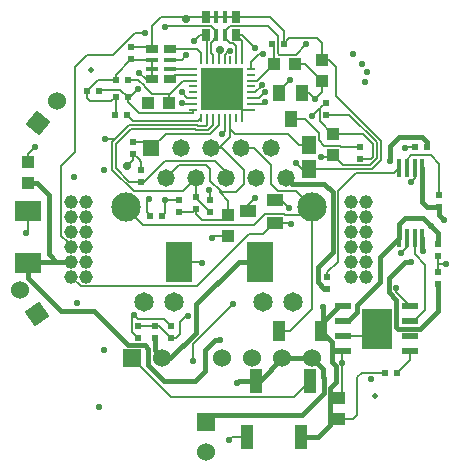
<source format=gbr>
G04 #@! TF.GenerationSoftware,KiCad,Pcbnew,7.0.7*
G04 #@! TF.CreationDate,2024-10-24T15:39:13-07:00*
G04 #@! TF.ProjectId,ESP_POE_1.4a,4553505f-504f-4455-9f31-2e34612e6b69,K*
G04 #@! TF.SameCoordinates,Original*
G04 #@! TF.FileFunction,Copper,L4,Bot*
G04 #@! TF.FilePolarity,Positive*
%FSLAX46Y46*%
G04 Gerber Fmt 4.6, Leading zero omitted, Abs format (unit mm)*
G04 Created by KiCad (PCBNEW 7.0.7) date 2024-10-24 15:39:13*
%MOMM*%
%LPD*%
G01*
G04 APERTURE LIST*
G04 Aperture macros list*
%AMRotRect*
0 Rectangle, with rotation*
0 The origin of the aperture is its center*
0 $1 length*
0 $2 width*
0 $3 Rotation angle, in degrees counterclockwise*
0 Add horizontal line*
21,1,$1,$2,0,0,$3*%
G04 Aperture macros list end*
G04 #@! TA.AperFunction,ComponentPad*
%ADD10R,1.524000X1.524000*%
G04 #@! TD*
G04 #@! TA.AperFunction,ComponentPad*
%ADD11C,1.524000*%
G04 #@! TD*
G04 #@! TA.AperFunction,ComponentPad*
%ADD12RotRect,1.524000X1.524000X230.000000*%
G04 #@! TD*
G04 #@! TA.AperFunction,ComponentPad*
%ADD13RotRect,1.524000X1.524000X305.000000*%
G04 #@! TD*
G04 #@! TA.AperFunction,ComponentPad*
%ADD14R,1.478000X1.478000*%
G04 #@! TD*
G04 #@! TA.AperFunction,ComponentPad*
%ADD15C,1.478000*%
G04 #@! TD*
G04 #@! TA.AperFunction,ComponentPad*
%ADD16C,1.650000*%
G04 #@! TD*
G04 #@! TA.AperFunction,ComponentPad*
%ADD17C,2.475000*%
G04 #@! TD*
G04 #@! TA.AperFunction,ComponentPad*
%ADD18R,1.530000X1.530000*%
G04 #@! TD*
G04 #@! TA.AperFunction,ComponentPad*
%ADD19C,1.530000*%
G04 #@! TD*
G04 #@! TA.AperFunction,ComponentPad*
%ADD20C,1.168400*%
G04 #@! TD*
G04 #@! TA.AperFunction,SMDPad,CuDef*
%ADD21R,1.016000X1.016000*%
G04 #@! TD*
G04 #@! TA.AperFunction,SMDPad,CuDef*
%ADD22C,0.500000*%
G04 #@! TD*
G04 #@! TA.AperFunction,SMDPad,CuDef*
%ADD23R,1.016000X1.778000*%
G04 #@! TD*
G04 #@! TA.AperFunction,SMDPad,CuDef*
%ADD24R,1.016000X2.032000*%
G04 #@! TD*
G04 #@! TA.AperFunction,SMDPad,CuDef*
%ADD25R,0.550000X0.500000*%
G04 #@! TD*
G04 #@! TA.AperFunction,SMDPad,CuDef*
%ADD26R,0.500000X0.550000*%
G04 #@! TD*
G04 #@! TA.AperFunction,SMDPad,CuDef*
%ADD27R,1.270000X1.524000*%
G04 #@! TD*
G04 #@! TA.AperFunction,SMDPad,CuDef*
%ADD28R,0.800000X0.250000*%
G04 #@! TD*
G04 #@! TA.AperFunction,SMDPad,CuDef*
%ADD29R,0.250000X0.800000*%
G04 #@! TD*
G04 #@! TA.AperFunction,ComponentPad*
%ADD30R,0.600000X0.600000*%
G04 #@! TD*
G04 #@! TA.AperFunction,ComponentPad*
%ADD31R,1.422400X1.422400*%
G04 #@! TD*
G04 #@! TA.AperFunction,SMDPad,CuDef*
%ADD32R,3.600000X3.600000*%
G04 #@! TD*
G04 #@! TA.AperFunction,SMDPad,CuDef*
%ADD33R,1.000000X1.400000*%
G04 #@! TD*
G04 #@! TA.AperFunction,SMDPad,CuDef*
%ADD34R,1.400000X1.000000*%
G04 #@! TD*
G04 #@! TA.AperFunction,SMDPad,CuDef*
%ADD35R,0.635000X1.016000*%
G04 #@! TD*
G04 #@! TA.AperFunction,SMDPad,CuDef*
%ADD36R,0.381000X1.016000*%
G04 #@! TD*
G04 #@! TA.AperFunction,SMDPad,CuDef*
%ADD37R,2.286000X1.778000*%
G04 #@! TD*
G04 #@! TA.AperFunction,SMDPad,CuDef*
%ADD38R,0.350000X1.500000*%
G04 #@! TD*
G04 #@! TA.AperFunction,SMDPad,CuDef*
%ADD39R,1.016000X0.635000*%
G04 #@! TD*
G04 #@! TA.AperFunction,SMDPad,CuDef*
%ADD40R,1.016000X0.381000*%
G04 #@! TD*
G04 #@! TA.AperFunction,SMDPad,CuDef*
%ADD41R,2.200000X3.400000*%
G04 #@! TD*
G04 #@! TA.AperFunction,SMDPad,CuDef*
%ADD42R,1.400000X0.600000*%
G04 #@! TD*
G04 #@! TA.AperFunction,ComponentPad*
%ADD43C,1.800000*%
G04 #@! TD*
G04 #@! TA.AperFunction,SMDPad,CuDef*
%ADD44R,2.600000X3.500000*%
G04 #@! TD*
G04 #@! TA.AperFunction,ViaPad*
%ADD45C,0.550000*%
G04 #@! TD*
G04 #@! TA.AperFunction,ViaPad*
%ADD46C,0.700000*%
G04 #@! TD*
G04 #@! TA.AperFunction,Conductor*
%ADD47C,0.203200*%
G04 #@! TD*
G04 #@! TA.AperFunction,Conductor*
%ADD48C,0.406400*%
G04 #@! TD*
G04 #@! TA.AperFunction,Conductor*
%ADD49C,0.200000*%
G04 #@! TD*
G04 APERTURE END LIST*
D10*
X106832400Y-150876000D03*
D11*
X109372400Y-150876000D03*
X114452400Y-150876000D03*
X116992400Y-150876000D03*
X119532400Y-150876000D03*
X122072400Y-150876000D03*
X100431600Y-129082800D03*
D12*
X98824630Y-130997912D03*
D11*
X97321258Y-145119720D03*
D13*
X98755200Y-147167600D03*
D14*
X108432600Y-133096000D03*
D15*
X109702600Y-135636000D03*
X110972600Y-133096000D03*
X112242600Y-135636000D03*
X113512600Y-133096000D03*
X114782600Y-135636000D03*
X116052600Y-133096000D03*
X117322600Y-135636000D03*
X118592600Y-133096000D03*
X119862600Y-135636000D03*
D16*
X107822600Y-146094000D03*
X117932600Y-146094000D03*
X110362600Y-146094000D03*
X120472600Y-146094000D03*
D17*
X106273600Y-138100000D03*
X122021600Y-138100000D03*
D18*
X113030000Y-156260800D03*
D19*
X113030000Y-158800800D03*
D20*
X126644400Y-143967200D03*
X125374400Y-143967200D03*
X126644400Y-142697200D03*
X125374400Y-142697200D03*
X126644400Y-141427200D03*
X125374400Y-141427200D03*
X126644400Y-140157200D03*
X125374400Y-140157200D03*
X126644400Y-138887200D03*
X125374400Y-138887200D03*
X126644400Y-137617200D03*
X125374400Y-137617200D03*
D21*
X97993200Y-136042400D03*
X97993200Y-134264400D03*
D22*
X103327200Y-126441200D03*
D23*
X122783600Y-148590000D03*
X119227600Y-148590000D03*
D24*
X117297200Y-152806400D03*
X121869200Y-152806400D03*
X116535200Y-157530800D03*
X121107200Y-157530800D03*
D25*
X126085600Y-134010400D03*
X126085600Y-132994400D03*
D21*
X123799600Y-133654800D03*
X123799600Y-131876800D03*
D26*
X106426000Y-127304800D03*
X105410000Y-127304800D03*
D21*
X120599200Y-125933200D03*
X118821200Y-125933200D03*
X109931200Y-129235200D03*
X108153200Y-129235200D03*
D27*
X121767600Y-134823200D03*
X121767600Y-132791200D03*
D28*
X111941924Y-129877277D03*
X111941924Y-129377277D03*
X111941924Y-128877277D03*
X111941924Y-128377277D03*
X111941924Y-127877277D03*
X111941924Y-127377277D03*
X111941924Y-126877277D03*
X111941924Y-126377277D03*
D29*
X112641924Y-125677277D03*
X113141924Y-125677277D03*
X113641924Y-125677277D03*
X114141924Y-125677277D03*
X114641924Y-125677277D03*
X115141924Y-125677277D03*
X115641924Y-125677277D03*
X116141924Y-125677277D03*
D28*
X116841924Y-126377277D03*
X116841924Y-126877277D03*
X116841924Y-127377277D03*
X116841924Y-127877277D03*
X116841924Y-128377277D03*
X116841924Y-128877277D03*
X116841924Y-129377277D03*
X116841924Y-129877277D03*
D29*
X116141924Y-130577277D03*
X115641924Y-130577277D03*
X115141924Y-130577277D03*
X114641924Y-130577277D03*
X114141924Y-130577277D03*
X113641924Y-130577277D03*
X113141924Y-130577277D03*
X112641924Y-130577277D03*
D30*
X113891924Y-129427277D03*
X114891924Y-129427277D03*
X113091924Y-128627277D03*
X115691924Y-128627277D03*
D31*
X114391924Y-128127277D03*
D32*
X114391924Y-128127277D03*
D30*
X113091924Y-127627277D03*
X115691924Y-127627277D03*
X113891924Y-126827277D03*
X114891924Y-126827277D03*
D33*
X119293640Y-128432560D03*
X121196100Y-128432560D03*
X120241060Y-130642360D03*
D25*
X110794800Y-138531600D03*
X110794800Y-137515600D03*
X123190000Y-130251200D03*
X123190000Y-129235200D03*
D21*
X122885200Y-125628400D03*
X122885200Y-127406400D03*
D34*
X118872000Y-137515600D03*
X118872000Y-139418060D03*
X116662200Y-138463020D03*
D26*
X118618000Y-124307600D03*
X119634000Y-124307600D03*
X106426000Y-128778000D03*
X105410000Y-128778000D03*
X106375200Y-130302000D03*
X105359200Y-130302000D03*
D21*
X114960400Y-138785600D03*
X114960400Y-140563600D03*
D25*
X112217200Y-138277600D03*
X112217200Y-137261600D03*
X107594400Y-134924800D03*
X107594400Y-135940800D03*
D26*
X109372400Y-138836400D03*
X108356400Y-138836400D03*
D25*
X113436400Y-137515600D03*
X113436400Y-138531600D03*
D35*
X113055400Y-121970800D03*
X113055400Y-123494800D03*
D36*
X113944400Y-121970800D03*
X113944400Y-123494800D03*
X114706400Y-121970800D03*
X114706400Y-123494800D03*
D35*
X115595400Y-121970800D03*
X115595400Y-123494800D03*
D25*
X106883200Y-133553200D03*
X106883200Y-132537200D03*
D26*
X103987600Y-128270000D03*
X102971600Y-128270000D03*
D37*
X97993200Y-142798800D03*
X97993200Y-138444800D03*
D25*
X110083600Y-148132800D03*
X110083600Y-149148800D03*
D26*
X131775200Y-132994400D03*
X130759200Y-132994400D03*
D25*
X123342400Y-143967200D03*
X123342400Y-144983200D03*
X132791200Y-138074400D03*
X132791200Y-137058400D03*
D38*
X129428600Y-134768800D03*
X130078600Y-134768800D03*
X130728600Y-134768800D03*
X131378600Y-134768800D03*
X131378600Y-140668800D03*
X130728600Y-140668800D03*
X130078600Y-140668800D03*
X129428600Y-140668800D03*
D25*
X106730800Y-124561600D03*
X106730800Y-125577600D03*
D39*
X108508800Y-127254000D03*
X110032800Y-127254000D03*
D40*
X108508800Y-126365000D03*
X110032800Y-126365000D03*
X108508800Y-125603000D03*
X110032800Y-125603000D03*
D39*
X108508800Y-124714000D03*
X110032800Y-124714000D03*
D21*
X124358400Y-154228800D03*
X124358400Y-156006800D03*
D26*
X129235200Y-152095200D03*
X128219200Y-152095200D03*
D41*
X110802000Y-142697200D03*
X117602000Y-142697200D03*
D25*
X107340400Y-149148800D03*
X107340400Y-148132800D03*
D42*
X124708000Y-150291800D03*
X124708000Y-149021800D03*
X124708000Y-147751800D03*
X124708000Y-146481800D03*
X130308000Y-146481800D03*
X130308000Y-147751800D03*
X130308000Y-149021800D03*
X130308000Y-150291800D03*
D43*
X127508000Y-148386800D03*
D44*
X127508000Y-148386800D03*
D25*
X108712000Y-148132800D03*
X108712000Y-149148800D03*
X132689600Y-143560800D03*
X132689600Y-144576800D03*
X132689600Y-141224000D03*
X132689600Y-142240000D03*
D22*
X127406400Y-154076400D03*
D20*
X101650800Y-143967200D03*
X102920800Y-143967200D03*
X101650800Y-142697200D03*
X102920800Y-142697200D03*
X101650800Y-141427200D03*
X102920800Y-141427200D03*
X101650800Y-140157200D03*
X102920800Y-140157200D03*
X101650800Y-138887200D03*
X102920800Y-138887200D03*
X101650800Y-137617200D03*
X102920800Y-137617200D03*
D45*
X101854000Y-135534400D03*
X108141076Y-129223076D03*
X104394000Y-150164800D03*
X98552000Y-132994400D03*
X122326400Y-128930400D03*
X103987600Y-155041600D03*
X107391200Y-126695200D03*
X115011200Y-157784800D03*
X113588800Y-140716000D03*
X97790000Y-140309600D03*
X102158800Y-146202400D03*
X110998000Y-128372300D03*
X120294400Y-139547600D03*
X122834400Y-133858000D03*
X115366800Y-146304000D03*
X112725200Y-142798800D03*
X111963200Y-151130000D03*
X124612400Y-151282400D03*
X111506000Y-147269200D03*
X129138500Y-144932400D03*
X131451591Y-141822001D03*
X122936000Y-146558000D03*
X115722400Y-152958800D03*
X114249200Y-149352000D03*
X128676400Y-134213600D03*
X132130800Y-139700000D03*
X130403600Y-142697200D03*
X133197600Y-139141200D03*
X127050800Y-152650440D03*
D46*
X111404400Y-122180100D03*
D45*
X117246400Y-137312400D03*
D46*
X114219534Y-124774043D03*
D45*
X120650000Y-134315200D03*
X122072400Y-130403600D03*
X120091200Y-138176000D03*
X108204000Y-137363200D03*
X109626400Y-137464800D03*
X114401600Y-131927600D03*
X104495600Y-132334000D03*
X113284000Y-136652000D03*
X106979900Y-147218400D03*
X111048800Y-129286000D03*
X104444800Y-134975600D03*
X130403600Y-135972298D03*
X129895600Y-133068900D03*
X133400800Y-142900400D03*
X129540000Y-141986000D03*
X115138824Y-124875775D03*
X111404400Y-125218440D03*
X126542800Y-127457200D03*
X121564400Y-124311160D03*
X109626400Y-122834400D03*
X107899200Y-123342400D03*
X117246400Y-124612400D03*
X126288800Y-125933200D03*
X112064800Y-124002800D03*
X120192800Y-127355600D03*
X126695200Y-126644400D03*
X118059200Y-129184400D03*
X118059200Y-128357897D03*
X117802243Y-127732095D03*
X117856000Y-125120400D03*
X125526800Y-125120400D03*
D46*
X106375200Y-134569200D03*
D45*
X107289600Y-128118100D03*
D47*
X113741200Y-140563600D02*
X113588800Y-140716000D01*
X122885200Y-127406400D02*
X122885200Y-128371600D01*
X105054400Y-129133600D02*
X105410000Y-128778000D01*
X98552000Y-132994400D02*
X97993200Y-133553200D01*
X122885200Y-128371600D02*
X122326400Y-128930400D01*
X116841924Y-129877277D02*
X116141924Y-129877277D01*
X116141924Y-129877277D02*
X114391924Y-128127277D01*
X97993200Y-133553200D02*
X97993200Y-134264400D01*
X106756200Y-125603000D02*
X106730800Y-125577600D01*
X102971600Y-128270000D02*
X102971600Y-128828800D01*
X121412000Y-125933200D02*
X122885200Y-127406400D01*
X102971600Y-128828800D02*
X103276400Y-129133600D01*
X115265200Y-157530800D02*
X115011200Y-157784800D01*
X105410000Y-130251200D02*
X105359200Y-130302000D01*
X105410000Y-128778000D02*
X105410000Y-130251200D01*
X105410000Y-127304800D02*
X105410000Y-126898400D01*
X108508800Y-125603000D02*
X106756200Y-125603000D01*
X121828560Y-128432560D02*
X122326400Y-128930400D01*
X97993200Y-138444800D02*
X97993200Y-140106400D01*
X120599200Y-125933200D02*
X121412000Y-125933200D01*
X108141076Y-129223076D02*
X108153200Y-129235200D01*
X97993200Y-140106400D02*
X97790000Y-140309600D01*
X103276400Y-129133600D02*
X105054400Y-129133600D01*
X103936800Y-127304800D02*
X102971600Y-128270000D01*
X116535200Y-157530800D02*
X115265200Y-157530800D01*
X108508800Y-127254000D02*
X108508800Y-126365000D01*
X121196100Y-128432560D02*
X121828560Y-128432560D01*
X116141924Y-130577277D02*
X116141924Y-129877277D01*
X105410000Y-127304800D02*
X103936800Y-127304800D01*
X114960400Y-140563600D02*
X113741200Y-140563600D01*
X107950000Y-127254000D02*
X107391200Y-126695200D01*
X105410000Y-126898400D02*
X106730800Y-125577600D01*
X108508800Y-127254000D02*
X107950000Y-127254000D01*
X108508800Y-125603000D02*
X108508800Y-126365000D01*
X110998000Y-128372300D02*
X111502977Y-128877277D01*
X111502977Y-128877277D02*
X111941924Y-128877277D01*
X124663200Y-134518400D02*
X123799600Y-133654800D01*
X116687600Y-140360400D02*
X117929660Y-140360400D01*
X118872000Y-139418060D02*
X120164860Y-139418060D01*
X102463600Y-144780000D02*
X112268000Y-144780000D01*
X126958974Y-134518400D02*
X124663200Y-134518400D01*
X123596400Y-133858000D02*
X123799600Y-133654800D01*
X125180973Y-130251200D02*
X127533400Y-132603627D01*
X127533400Y-133943974D02*
X126958974Y-134518400D01*
X120164860Y-139418060D02*
X120294400Y-139547600D01*
X127533400Y-132603627D02*
X127533400Y-133943974D01*
X117929660Y-140360400D02*
X118872000Y-139418060D01*
X101650800Y-143967200D02*
X102463600Y-144780000D01*
X123190000Y-130251200D02*
X125180973Y-130251200D01*
X122834400Y-133858000D02*
X123596400Y-133858000D01*
X112268000Y-144780000D02*
X116687600Y-140360400D01*
X124561600Y-154025600D02*
X124561600Y-151333200D01*
X124612400Y-151282400D02*
X124612400Y-150387400D01*
X111963200Y-151130000D02*
X111963200Y-149707600D01*
X124612400Y-150387400D02*
X124708000Y-150291800D01*
X111963200Y-149707600D02*
X115366800Y-146304000D01*
X124561600Y-151333200D02*
X124612400Y-151282400D01*
X124358400Y-154228800D02*
X124561600Y-154025600D01*
X110802000Y-142697200D02*
X112623600Y-142697200D01*
X112623600Y-142697200D02*
X112725200Y-142798800D01*
X108458000Y-128498600D02*
X109855000Y-128498600D01*
X109855000Y-128498600D02*
X109931200Y-128574800D01*
X106426000Y-127304800D02*
X107294564Y-127304800D01*
X107868200Y-127908800D02*
X108458000Y-128498600D01*
X109931200Y-128574800D02*
X109931200Y-129235200D01*
X111941924Y-127377277D02*
X111128723Y-127377277D01*
X107868200Y-127878436D02*
X107868200Y-127908800D01*
X107294564Y-127304800D02*
X107868200Y-127878436D01*
X111128723Y-127377277D02*
X109931200Y-128574800D01*
X116841924Y-127377277D02*
X117377123Y-127377277D01*
X118821200Y-125933200D02*
X118821200Y-124510800D01*
X118821200Y-124510800D02*
X118618000Y-124307600D01*
X117377123Y-127377277D02*
X118821200Y-125933200D01*
X107340400Y-148132800D02*
X108712000Y-148132800D01*
X110845600Y-148844000D02*
X110845600Y-147777200D01*
X110845600Y-147777200D02*
X111353600Y-147269200D01*
X108712000Y-148132800D02*
X109067600Y-148132800D01*
X110540800Y-149148800D02*
X110845600Y-148844000D01*
X129138500Y-145312300D02*
X130308000Y-146481800D01*
X110083600Y-149148800D02*
X110540800Y-149148800D01*
X109067600Y-148132800D02*
X110083600Y-149148800D01*
X129138500Y-144932400D02*
X129138500Y-145312300D01*
X111353600Y-147269200D02*
X111506000Y-147269200D01*
D48*
X123714800Y-151240683D02*
X123714800Y-149521200D01*
X124308000Y-146481800D02*
X122783600Y-148006200D01*
X122529600Y-157530800D02*
X123557200Y-156503200D01*
X115824000Y-142697200D02*
X112186200Y-146335000D01*
X112186200Y-148730258D02*
X110040458Y-150876000D01*
X131378600Y-141749010D02*
X131451591Y-141822001D01*
X122783600Y-148006200D02*
X122783600Y-148590000D01*
X108712000Y-149148800D02*
X108712000Y-150215600D01*
X123557200Y-156503200D02*
X123557200Y-153427600D01*
X123714800Y-149521200D02*
X122783600Y-148590000D01*
X122936000Y-146558000D02*
X122936000Y-148437600D01*
X123557200Y-153427600D02*
X124053600Y-152931200D01*
X110040458Y-150876000D02*
X109372400Y-150876000D01*
X131378600Y-140668800D02*
X131378600Y-141749010D01*
X124053600Y-151579483D02*
X123714800Y-151240683D01*
X124708000Y-146481800D02*
X124308000Y-146481800D01*
X122936000Y-148437600D02*
X122783600Y-148590000D01*
X124053600Y-152931200D02*
X124053600Y-151579483D01*
X117602000Y-142697200D02*
X115824000Y-142697200D01*
X108712000Y-150215600D02*
X109372400Y-150876000D01*
X112186200Y-146335000D02*
X112186200Y-148730258D01*
X121107200Y-157530800D02*
X122529600Y-157530800D01*
X101650800Y-142697200D02*
X98094800Y-142697200D01*
X97993200Y-142798800D02*
X97993200Y-144068800D01*
X122986800Y-151790400D02*
X122986800Y-152501600D01*
X103601000Y-146882600D02*
X106502200Y-149783800D01*
X122072400Y-150876000D02*
X119532400Y-150876000D01*
X113792000Y-149352000D02*
X114249200Y-149352000D01*
X106502200Y-149783800D02*
X107873800Y-149783800D01*
X98958400Y-145034000D02*
X98958400Y-145059400D01*
X98958400Y-145059400D02*
X100781600Y-146882600D01*
X122986800Y-152501600D02*
X123023800Y-152538600D01*
X98755200Y-136042400D02*
X97993200Y-136042400D01*
X97993200Y-144068800D02*
X98958400Y-145034000D01*
X100380800Y-142697200D02*
X99756400Y-142072800D01*
X99756400Y-142072800D02*
X99756400Y-137043600D01*
X112979200Y-151993600D02*
X112979200Y-150164800D01*
X108178599Y-150088599D02*
X108178599Y-151467857D01*
X123023800Y-152538600D02*
X123023800Y-153836200D01*
X122072400Y-150876000D02*
X122986800Y-151790400D01*
X108178599Y-151467857D02*
X109517142Y-152806400D01*
X121158000Y-155702000D02*
X113588800Y-155702000D01*
X117297200Y-152806400D02*
X115874800Y-152806400D01*
X101650800Y-142697200D02*
X100380800Y-142697200D01*
X117297200Y-152806400D02*
X117602000Y-152806400D01*
X117602000Y-152806400D02*
X119532400Y-150876000D01*
X109517142Y-152806400D02*
X112166400Y-152806400D01*
X123023800Y-153836200D02*
X121158000Y-155702000D01*
X112979200Y-150164800D02*
X113792000Y-149352000D01*
X115874800Y-152806400D02*
X115722400Y-152958800D01*
X113588800Y-155702000D02*
X113030000Y-156260800D01*
X100781600Y-146882600D02*
X103601000Y-146882600D01*
X99756400Y-137043600D02*
X98755200Y-136042400D01*
X112166400Y-152806400D02*
X112979200Y-151993600D01*
X98094800Y-142697200D02*
X97993200Y-142798800D01*
X107873800Y-149783800D02*
X108178599Y-150088599D01*
X128676400Y-132892800D02*
X128676400Y-134213600D01*
X132130800Y-139700000D02*
X131419600Y-138988800D01*
X131318000Y-132130800D02*
X129438400Y-132130800D01*
X129438400Y-132130800D02*
X128676400Y-132892800D01*
X127812800Y-142284600D02*
X129428600Y-140668800D01*
X132689600Y-140258800D02*
X132130800Y-139700000D01*
X131775200Y-132994400D02*
X131775200Y-132588000D01*
X129428600Y-139506600D02*
X129428600Y-140668800D01*
X131775200Y-132588000D02*
X131318000Y-132130800D01*
X125877800Y-146982000D02*
X125877800Y-146359400D01*
X127812800Y-144424400D02*
X127812800Y-142284600D01*
X131419600Y-138988800D02*
X129946400Y-138988800D01*
X124708000Y-147751800D02*
X125108000Y-147751800D01*
X125877800Y-146359400D02*
X127812800Y-144424400D01*
X129946400Y-138988800D02*
X129428600Y-139506600D01*
X132689600Y-141224000D02*
X132689600Y-140258800D01*
X125108000Y-147751800D02*
X125877800Y-146982000D01*
X131378600Y-137677800D02*
X131378600Y-134768800D01*
X131775200Y-138074400D02*
X131378600Y-137677800D01*
X132791200Y-138074400D02*
X132791200Y-138734800D01*
X122534000Y-144428800D02*
X122534000Y-143150000D01*
X128533300Y-145317758D02*
X128533300Y-144110300D01*
X132791200Y-138734800D02*
X133197600Y-139141200D01*
X129336800Y-148386800D02*
X129184400Y-148234400D01*
X123799600Y-141884400D02*
X123799600Y-136804400D01*
X120319800Y-136093200D02*
X119862600Y-135636000D01*
X123088400Y-136093200D02*
X120319800Y-136093200D01*
X128533300Y-144110300D02*
X129946400Y-142697200D01*
X132689600Y-146913600D02*
X131216400Y-148386800D01*
X131216400Y-148386800D02*
X129336800Y-148386800D01*
X129946400Y-142697200D02*
X130403600Y-142697200D01*
X123088400Y-144983200D02*
X122534000Y-144428800D01*
X123799600Y-136804400D02*
X123088400Y-136093200D01*
X122534000Y-143150000D02*
X123799600Y-141884400D01*
X129184400Y-145968858D02*
X128533300Y-145317758D01*
X129184400Y-148234400D02*
X129184400Y-145968858D01*
X132791200Y-138074400D02*
X131775200Y-138074400D01*
X123342400Y-144983200D02*
X123088400Y-144983200D01*
X132689600Y-144576800D02*
X132689600Y-146913600D01*
D47*
X121767600Y-134823200D02*
X121793000Y-134848600D01*
X121158000Y-134823200D02*
X120650000Y-134315200D01*
X123494800Y-125628400D02*
X122885200Y-125628400D01*
X106730800Y-124561600D02*
X108356400Y-124561600D01*
X127863600Y-132466853D02*
X124104400Y-128707653D01*
X122885200Y-125628400D02*
X122885200Y-124206000D01*
X111404400Y-122180100D02*
X111613700Y-121970800D01*
X113944400Y-121970800D02*
X114706400Y-121970800D01*
X108356400Y-124561600D02*
X108508800Y-124714000D01*
X124104400Y-128707653D02*
X124104400Y-126238000D01*
X115595400Y-121970800D02*
X118465600Y-121970800D01*
D49*
X114141924Y-124851653D02*
X114219534Y-124774043D01*
D47*
X113055400Y-121970800D02*
X113944400Y-121970800D01*
X122486760Y-123807560D02*
X120134040Y-123807560D01*
X120134040Y-123807560D02*
X119634000Y-124307600D01*
X116662200Y-138463020D02*
X116662200Y-137896600D01*
X127863600Y-134080748D02*
X127863600Y-132466853D01*
X124104400Y-126238000D02*
X123494800Y-125628400D01*
X114706400Y-121970800D02*
X115595400Y-121970800D01*
D49*
X114141924Y-125677277D02*
X114141924Y-124851653D01*
D47*
X108508800Y-122732800D02*
X108508800Y-124714000D01*
X119634000Y-123139200D02*
X119634000Y-124307600D01*
X109270800Y-121970800D02*
X108508800Y-122732800D01*
X116662200Y-137896600D02*
X117246400Y-137312400D01*
X121767600Y-134823200D02*
X121158000Y-134823200D01*
X118465600Y-121970800D02*
X119634000Y-123139200D01*
X122885200Y-124206000D02*
X122486760Y-123807560D01*
X121793000Y-134848600D02*
X127095748Y-134848600D01*
X113055400Y-121970800D02*
X109270800Y-121970800D01*
X111613700Y-121970800D02*
X113055400Y-121970800D01*
X127095748Y-134848600D02*
X127863600Y-134080748D01*
X118872000Y-137515600D02*
X119430800Y-137515600D01*
X122686400Y-129738800D02*
X123190000Y-129235200D01*
X123799600Y-131876800D02*
X123748800Y-131876800D01*
X122686400Y-130814400D02*
X122686400Y-129738800D01*
X119430800Y-137515600D02*
X120091200Y-138176000D01*
X126339600Y-131876800D02*
X123799600Y-131876800D01*
X122072400Y-130352800D02*
X122686400Y-129738800D01*
X127203200Y-133807200D02*
X127203200Y-132740400D01*
X123748800Y-131876800D02*
X122686400Y-130814400D01*
X126085600Y-134010400D02*
X127000000Y-134010400D01*
X127000000Y-134010400D02*
X127203200Y-133807200D01*
X127203200Y-132740400D02*
X126339600Y-131876800D01*
X122072400Y-130403600D02*
X122072400Y-130352800D01*
X114141924Y-130577277D02*
X114141924Y-131134757D01*
X109651800Y-131876800D02*
X108432600Y-133096000D01*
X108051600Y-137515600D02*
X108204000Y-137363200D01*
X108356400Y-138836400D02*
X108051600Y-138531600D01*
X113399881Y-131876800D02*
X109651800Y-131876800D01*
X108051600Y-138531600D02*
X108051600Y-138125200D01*
X114141924Y-131134757D02*
X113399881Y-131876800D01*
X108051600Y-138125200D02*
X108051600Y-137515600D01*
X106883200Y-132537200D02*
X107873800Y-132537200D01*
X107873800Y-132537200D02*
X108432600Y-133096000D01*
X109626400Y-138582400D02*
X109372400Y-138836400D01*
X110744000Y-137464800D02*
X110794800Y-137515600D01*
X109626400Y-137464800D02*
X110744000Y-137464800D01*
X109626400Y-137464800D02*
X109626400Y-138582400D01*
X114641924Y-130577277D02*
X114641924Y-131687276D01*
X114641924Y-131687276D02*
X114401600Y-131927600D01*
X105257600Y-132334000D02*
X105308400Y-132384800D01*
X112217200Y-137312400D02*
X112217200Y-137261600D01*
X111125000Y-136753600D02*
X112242600Y-135636000D01*
X105308400Y-132384800D02*
X105105200Y-132588000D01*
X112288324Y-131140200D02*
X106553000Y-131140200D01*
X113070804Y-131205877D02*
X112354001Y-131205877D01*
X106553000Y-131140200D02*
X105308400Y-132384800D01*
X112217200Y-135661400D02*
X112242600Y-135636000D01*
X112354001Y-131205877D02*
X112288324Y-131140200D01*
X112217200Y-137261600D02*
X112217200Y-135661400D01*
X105105200Y-132588000D02*
X105105200Y-134924800D01*
X106934001Y-136753600D02*
X111125000Y-136753600D01*
X113141924Y-130577277D02*
X113141924Y-131134757D01*
X105105200Y-134924800D02*
X106934001Y-136753600D01*
X113436400Y-138531600D02*
X112217200Y-137312400D01*
X113141924Y-131134757D02*
X113070804Y-131205877D01*
X104495600Y-132334000D02*
X105257600Y-132334000D01*
X106588174Y-135940800D02*
X107594400Y-135940800D01*
X112151550Y-131470400D02*
X106730800Y-131470400D01*
X107848400Y-135940800D02*
X109575600Y-134213600D01*
X113436400Y-136804400D02*
X113284000Y-136652000D01*
X112217227Y-131536077D02*
X112151550Y-131470400D01*
X106730800Y-131470400D02*
X105435400Y-132765800D01*
X114782600Y-135153400D02*
X114782600Y-135636000D01*
X113240604Y-131536077D02*
X112217227Y-131536077D01*
X107594400Y-135940800D02*
X107848400Y-135940800D01*
X113641924Y-130577277D02*
X113641924Y-131134757D01*
X105435400Y-134788026D02*
X106588174Y-135940800D01*
X113641924Y-131134757D02*
X113240604Y-131536077D01*
X113436400Y-137515600D02*
X113436400Y-136804400D01*
X105435400Y-132765800D02*
X105435400Y-134788026D01*
X109575600Y-134213600D02*
X113842800Y-134213600D01*
X113842800Y-134213600D02*
X114782600Y-135153400D01*
X107757878Y-139584278D02*
X117108122Y-139584278D01*
X119176800Y-136753600D02*
X120675200Y-136753600D01*
X119737100Y-138712320D02*
X119777740Y-138752960D01*
X119227600Y-148590000D02*
X120142000Y-148590000D01*
X120142000Y-148590000D02*
X122021600Y-146710400D01*
X118567200Y-136144000D02*
X119176800Y-136753600D01*
X117097703Y-133096000D02*
X118567200Y-134565497D01*
X122021600Y-146710400D02*
X122021600Y-138100000D01*
X117966260Y-138726140D02*
X117966260Y-138712320D01*
X119777740Y-138752960D02*
X121368640Y-138752960D01*
X120675200Y-136753600D02*
X122021600Y-138100000D01*
X117108122Y-139584278D02*
X117966260Y-138726140D01*
X116052600Y-133096000D02*
X117097703Y-133096000D01*
X117966260Y-138712320D02*
X119737100Y-138712320D01*
X106273600Y-138100000D02*
X107757878Y-139584278D01*
X121368640Y-138752960D02*
X122021600Y-138100000D01*
X118567200Y-134565497D02*
X118567200Y-136144000D01*
X125831600Y-155651200D02*
X125476000Y-156006800D01*
X128219200Y-152095200D02*
X126238000Y-152095200D01*
X125476000Y-156006800D02*
X124358400Y-156006800D01*
X125831600Y-152501600D02*
X125831600Y-155651200D01*
X126238000Y-152095200D02*
X125831600Y-152501600D01*
D49*
X110083600Y-148132800D02*
X109524800Y-147574000D01*
D47*
X106979900Y-147218400D02*
X106836800Y-147361500D01*
X110109000Y-154152600D02*
X106832400Y-150876000D01*
X120523000Y-154152600D02*
X110109000Y-154152600D01*
D49*
X107335500Y-147574000D02*
X106979900Y-147218400D01*
D47*
X106836800Y-148645200D02*
X107340400Y-149148800D01*
D49*
X109524800Y-147574000D02*
X107335500Y-147574000D01*
D47*
X121869200Y-152806400D02*
X120523000Y-154152600D01*
X106836800Y-147361500D02*
X106836800Y-148645200D01*
X124708000Y-149021800D02*
X126873000Y-149021800D01*
X126873000Y-149021800D02*
X127508000Y-148386800D01*
X124536200Y-132994400D02*
X124434600Y-132892800D01*
X121472960Y-130642360D02*
X120241060Y-130642360D01*
X126085600Y-132994400D02*
X124536200Y-132994400D01*
X122631200Y-132435600D02*
X122631200Y-131800600D01*
X122631200Y-131800600D02*
X121472960Y-130642360D01*
X124434600Y-132892800D02*
X123088400Y-132892800D01*
X123088400Y-132892800D02*
X122631200Y-132435600D01*
X111140077Y-129377277D02*
X111048800Y-129286000D01*
X111941924Y-129377277D02*
X111140077Y-129377277D01*
X130759200Y-132994400D02*
X129970100Y-132994400D01*
X129970100Y-132994400D02*
X129895600Y-133068900D01*
X130728600Y-134768800D02*
X130728600Y-135615800D01*
X130728600Y-135615800D02*
X130302000Y-136042400D01*
X124231400Y-142722600D02*
X124231400Y-136728200D01*
X124231400Y-136728200D02*
X125760860Y-135198740D01*
X123342400Y-143611600D02*
X124231400Y-142722600D01*
X128998660Y-135198740D02*
X129428600Y-134768800D01*
X123342400Y-143967200D02*
X123342400Y-143611600D01*
X125760860Y-135198740D02*
X128998660Y-135198740D01*
X112409201Y-130810000D02*
X112641924Y-130577277D01*
X106375200Y-130302000D02*
X106883200Y-130810000D01*
X106883200Y-130810000D02*
X112409201Y-130810000D01*
X132791200Y-137058400D02*
X132791200Y-134416800D01*
X132080000Y-133705600D02*
X130455320Y-133705600D01*
X130078600Y-134082320D02*
X130078600Y-134768800D01*
X130455320Y-133705600D02*
X130078600Y-134082320D01*
X132791200Y-134416800D02*
X132080000Y-133705600D01*
X130308000Y-150291800D02*
X130308000Y-151022400D01*
X130308000Y-151022400D02*
X129235200Y-152095200D01*
X133400800Y-142900400D02*
X132689600Y-142900400D01*
X132689600Y-143560800D02*
X132689600Y-142900400D01*
X132689600Y-142900400D02*
X132689600Y-142240000D01*
X130078600Y-141447400D02*
X129540000Y-141986000D01*
X130078600Y-140668800D02*
X130078600Y-141447400D01*
X114641924Y-125195077D02*
X114641924Y-125677277D01*
X115138824Y-124875775D02*
X114961226Y-124875775D01*
X110032800Y-125603000D02*
X111019840Y-125603000D01*
X114961226Y-124875775D02*
X114641924Y-125195077D01*
X111019840Y-125603000D02*
X111404400Y-125218440D01*
X111941924Y-126377277D02*
X110045077Y-126377277D01*
X110045077Y-126377277D02*
X110032800Y-126365000D01*
X112641924Y-125677277D02*
X112641924Y-125037124D01*
X110083600Y-124663200D02*
X110032800Y-124714000D01*
X112641924Y-125037124D02*
X112268000Y-124663200D01*
X112268000Y-124663200D02*
X110083600Y-124663200D01*
X111941924Y-126877277D02*
X110409523Y-126877277D01*
X110409523Y-126877277D02*
X110032800Y-127254000D01*
X119151400Y-125044200D02*
X119278400Y-125171200D01*
X119151400Y-123601480D02*
X119151400Y-125044200D01*
X115355200Y-124194400D02*
X115086300Y-124194400D01*
X114706400Y-123814500D02*
X114706400Y-123494800D01*
X114706400Y-123494800D02*
X114706400Y-123177300D01*
X120704360Y-125171200D02*
X121564400Y-124311160D01*
X115086300Y-124194400D02*
X114706400Y-123814500D01*
X115641924Y-124481124D02*
X115355200Y-124194400D01*
X119278400Y-125171200D02*
X120704360Y-125171200D01*
X116116100Y-122781060D02*
X116118640Y-122783600D01*
X115102640Y-122781060D02*
X116116100Y-122781060D01*
X115641924Y-125677277D02*
X115641924Y-124481124D01*
X116118640Y-122783600D02*
X118333520Y-122783600D01*
X114706400Y-123177300D02*
X115102640Y-122781060D01*
X118333520Y-122783600D02*
X119151400Y-123601480D01*
X113944400Y-123494800D02*
X113944400Y-123177300D01*
X107020745Y-123342400D02*
X107899200Y-123342400D01*
X113944400Y-123177300D02*
X113525300Y-122758200D01*
X101379806Y-141071600D02*
X100812600Y-140504394D01*
X103022400Y-125171200D02*
X105191945Y-125171200D01*
X105191945Y-125171200D02*
X107020745Y-123342400D01*
X100812600Y-140504394D02*
X100812600Y-134639936D01*
X100812600Y-134639936D02*
X102006400Y-133446136D01*
X113641924Y-125677277D02*
X113641924Y-125218477D01*
X113472124Y-124194400D02*
X113944400Y-123722124D01*
X102006400Y-141071600D02*
X101379806Y-141071600D01*
X113641924Y-125218477D02*
X113472124Y-125048677D01*
X113472124Y-125048677D02*
X113472124Y-124194400D01*
X113944400Y-123722124D02*
X113944400Y-123494800D01*
X113525300Y-122758200D02*
X109702600Y-122758200D01*
X102006400Y-126187200D02*
X103022400Y-125171200D01*
X109702600Y-122758200D02*
X109626400Y-122834400D01*
X102006400Y-133446136D02*
X102006400Y-126187200D01*
X101650800Y-141427200D02*
X102006400Y-141071600D01*
X117246400Y-124612400D02*
X116128800Y-123494800D01*
X116141924Y-125677277D02*
X116141924Y-124041324D01*
X116128800Y-123494800D02*
X115595400Y-123494800D01*
X116141924Y-124041324D02*
X115595400Y-123494800D01*
X112572800Y-123494800D02*
X113055400Y-123494800D01*
X113141924Y-125677277D02*
X113141924Y-123581324D01*
X113141924Y-123581324D02*
X113055400Y-123494800D01*
X112064800Y-124002800D02*
X112572800Y-123494800D01*
X119293640Y-128432560D02*
X119293640Y-128254760D01*
X119293640Y-128254760D02*
X120192800Y-127355600D01*
X131622800Y-146837000D02*
X131622800Y-142954451D01*
X131622800Y-142954451D02*
X130728600Y-142060251D01*
X130308000Y-147751800D02*
X130708000Y-147751800D01*
X130708000Y-147751800D02*
X131622800Y-146837000D01*
X130728600Y-142060251D02*
X130728600Y-140668800D01*
X116841924Y-129377277D02*
X117866323Y-129377277D01*
X117866323Y-129377277D02*
X118059200Y-129184400D01*
X117539820Y-128877277D02*
X118059200Y-128357897D01*
X116841924Y-128877277D02*
X117539820Y-128877277D01*
X117802243Y-127796590D02*
X117221556Y-128377277D01*
X117221556Y-128377277D02*
X116841924Y-128377277D01*
X117802243Y-127732095D02*
X117802243Y-127796590D01*
X117856000Y-125120400D02*
X117551200Y-125120400D01*
X116841924Y-126377277D02*
X117005523Y-126377277D01*
X116841924Y-125829676D02*
X116841924Y-126377277D01*
X117551200Y-125120400D02*
X116841924Y-125829676D01*
X115141924Y-131466676D02*
X115141924Y-130577277D01*
X116281200Y-136144000D02*
X116281200Y-134924800D01*
X114198400Y-133096000D02*
X115141924Y-132152476D01*
X113436400Y-134874000D02*
X113436400Y-135839200D01*
X106426000Y-129184400D02*
X106426000Y-128778000D01*
X105816400Y-128168400D02*
X104089200Y-128168400D01*
X113436400Y-135839200D02*
X114249200Y-136652000D01*
X106883200Y-133553200D02*
X106883200Y-134061200D01*
X111912400Y-130149600D02*
X107391200Y-130149600D01*
X111941924Y-130120076D02*
X111912400Y-130149600D01*
X107594400Y-134264400D02*
X107370740Y-134040740D01*
X113512600Y-133096000D02*
X114198400Y-133096000D01*
X115552048Y-131876800D02*
X115141924Y-131466676D01*
X112725200Y-139192000D02*
X114554000Y-139192000D01*
X111963200Y-138531600D02*
X112217200Y-138277600D01*
X114452400Y-133096000D02*
X113512600Y-133096000D01*
X116281200Y-134924800D02*
X114452400Y-133096000D01*
X110794800Y-134543800D02*
X113106200Y-134543800D01*
X114249200Y-136826594D02*
X114960400Y-137537794D01*
X119998784Y-131876800D02*
X115552048Y-131876800D01*
X106426000Y-128778000D02*
X106629700Y-128778000D01*
X111941924Y-129877277D02*
X111941924Y-130120076D01*
X104089200Y-128168400D02*
X103987600Y-128270000D01*
X112217200Y-138277600D02*
X112217200Y-138684000D01*
X114401600Y-136804400D02*
X115620800Y-136804400D01*
X115620800Y-136804400D02*
X116281200Y-136144000D01*
X107391200Y-130149600D02*
X106426000Y-129184400D01*
X114554000Y-139192000D02*
X114960400Y-138785600D01*
X107370740Y-134040740D02*
X106883200Y-133553200D01*
X113106200Y-134543800D02*
X113436400Y-134874000D01*
X106426000Y-128778000D02*
X105816400Y-128168400D01*
X114960400Y-137537794D02*
X114960400Y-138785600D01*
X110794800Y-138531600D02*
X111963200Y-138531600D01*
X115141924Y-132152476D02*
X115141924Y-131466676D01*
X106629700Y-128778000D02*
X107289600Y-128118100D01*
X114249200Y-136826594D02*
X114249200Y-136652000D01*
X120913184Y-132791200D02*
X119998784Y-131876800D01*
X114249200Y-136652000D02*
X114401600Y-136804400D01*
X106883200Y-134061200D02*
X106375200Y-134569200D01*
X121767600Y-132791200D02*
X120913184Y-132791200D01*
X107594400Y-134924800D02*
X107594400Y-134264400D01*
X112217200Y-138684000D02*
X112725200Y-139192000D01*
X109702600Y-135636000D02*
X110794800Y-134543800D01*
M02*

</source>
